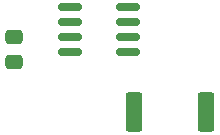
<source format=gtp>
G04 #@! TF.GenerationSoftware,KiCad,Pcbnew,8.0.6*
G04 #@! TF.CreationDate,2024-12-29T11:18:31-05:00*
G04 #@! TF.ProjectId,Beagley-ai-1CAN,42656167-6c65-4792-9d61-692d3143414e,rev?*
G04 #@! TF.SameCoordinates,Original*
G04 #@! TF.FileFunction,Paste,Top*
G04 #@! TF.FilePolarity,Positive*
%FSLAX46Y46*%
G04 Gerber Fmt 4.6, Leading zero omitted, Abs format (unit mm)*
G04 Created by KiCad (PCBNEW 8.0.6) date 2024-12-29 11:18:31*
%MOMM*%
%LPD*%
G01*
G04 APERTURE LIST*
G04 Aperture macros list*
%AMRoundRect*
0 Rectangle with rounded corners*
0 $1 Rounding radius*
0 $2 $3 $4 $5 $6 $7 $8 $9 X,Y pos of 4 corners*
0 Add a 4 corners polygon primitive as box body*
4,1,4,$2,$3,$4,$5,$6,$7,$8,$9,$2,$3,0*
0 Add four circle primitives for the rounded corners*
1,1,$1+$1,$2,$3*
1,1,$1+$1,$4,$5*
1,1,$1+$1,$6,$7*
1,1,$1+$1,$8,$9*
0 Add four rect primitives between the rounded corners*
20,1,$1+$1,$2,$3,$4,$5,0*
20,1,$1+$1,$4,$5,$6,$7,0*
20,1,$1+$1,$6,$7,$8,$9,0*
20,1,$1+$1,$8,$9,$2,$3,0*%
G04 Aperture macros list end*
%ADD10RoundRect,0.250000X-0.475000X0.337500X-0.475000X-0.337500X0.475000X-0.337500X0.475000X0.337500X0*%
%ADD11RoundRect,0.150000X-0.825000X-0.150000X0.825000X-0.150000X0.825000X0.150000X-0.825000X0.150000X0*%
%ADD12RoundRect,0.249999X0.450001X1.425001X-0.450001X1.425001X-0.450001X-1.425001X0.450001X-1.425001X0*%
G04 APERTURE END LIST*
D10*
X101950000Y-61462500D03*
X101950000Y-63537500D03*
D11*
X106675000Y-58895000D03*
X106675000Y-60165000D03*
X106675000Y-61435000D03*
X106675000Y-62705000D03*
X111625000Y-62705000D03*
X111625000Y-61435000D03*
X111625000Y-60165000D03*
X111625000Y-58895000D03*
D12*
X118250000Y-67800000D03*
X112150000Y-67800000D03*
M02*

</source>
